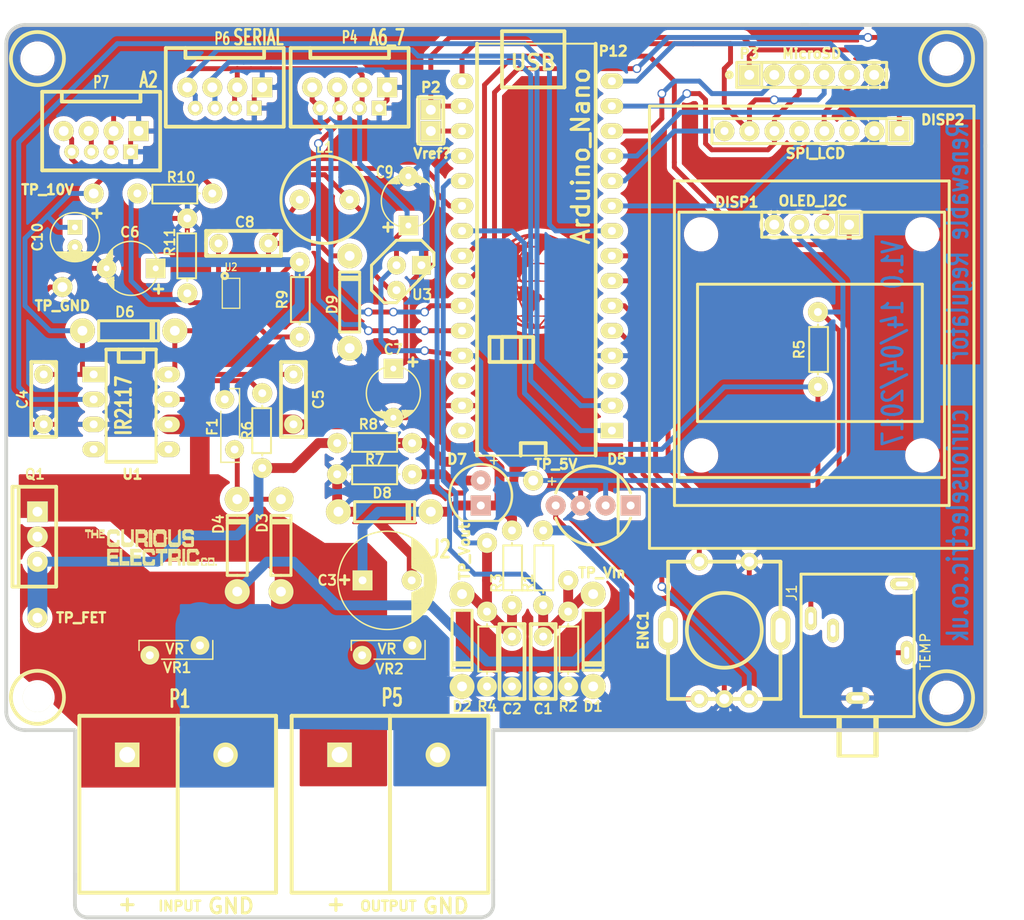
<source format=kicad_pcb>
(kicad_pcb (version 20221018) (generator pcbnew)
  (layers (0 "F.Cu" signal "Front") (31 "B.Cu" signal "Back") (34 "B.Paste" user) (35 "F.Paste" user) (36 "B.SilkS" user "B.Silkscreen") (37 "F.SilkS" user "F.Silkscreen") (38 "B.Mask" user) (39 "F.Mask" user) (44 "Edge.Cuts" user))
  (net 0 "")
  (net 1 "+5V")
  (net 2 "GND")
  (net 3 "Rx")
  (net 4 "SCK")
  (net 5 "Tx")
  (net 6 "Vinput")
  (net 7 "Voutput")
  (net 8 "VINm")
  (net 9 "VOUTm")
  (net 10 "/Power Supply/+10V")
  (net 11 "Net-(C5-Pad1)")
  (net 12 "/Power Supply/+PWR")
  (net 13 "Net-(C8-Pad1)")
  (net 14 "Net-(C8-Pad2)")
  (net 15 "Net-(D3-Pad1)")
  (net 16 "LED_D")
  (net 17 "Net-(D7-Pad2)")
  (net 18 "SDA")
  (net 19 "SCL")
  (net 20 "+3V3")
  (net 21 "LCD_CS")
  (net 22 "MISO")
  (net 23 "LCD_DC")
  (net 24 "MOSI")
  (net 25 "LCD_BL")
  (net 26 "EN_A")
  (net 27 "EN_B")
  (net 28 "EN_SW")
  (net 29 "FET1")
  (net 30 "SD_CS")
  (net 31 "TEMP")
  (net 32 "Net-(J2-Pad18)")
  (net 33 "A2")
  (net 34 "A6")
  (net 35 "A7")
  (net 36 "Net-(P7-Pad3)")
  (net 37 "Net-(R6-Pad2)")
  (net 38 "Net-(R9-Pad2)")
  (net 39 "Net-(R10-Pad2)")
  (net 40 "Net-(P10-Pad1)")
  (footprint "matts_components:C1_wide_lg_pad" (layer "F.Cu") (at 117.475 109.22 -90)
    (fp_text reference "C1")
    (fp_text value "100nf" hide)
  )
  (footprint "matts_components:C1_wide_lg_pad" (layer "F.Cu") (at 114.3 109.22 -90)
    (fp_text reference "C2")
    (fp_text value "100nf" hide)
  )
  (footprint "RenewableRegulatorPCB_2017_Library_Yoan:Capacitor_C_1V7_TH" (layer "F.Cu") (at 101.6 102.235)
    (fp_text reference "C3")
    (fp_text value "100uf" hide)
  )
  (footprint "matts_components:C1_wide_lg_pad" (layer "F.Cu") (at 66.675 82.55 -90)
    (fp_text reference "C4")
    (fp_text value "100nf" hide)
  )
  (footprint "matts_components:C1_wide_lg_pad" (layer "F.Cu") (at 92.075 82.55 -90)
    (fp_text reference "C5")
    (fp_text value "100nf" hide)
  )
  (footprint "RenewableRegulatorPCB_2017_Library_Yoan:Capacitor_C6_1V7_TH" (layer "F.Cu") (at 75.565 70.485 180)
    (fp_text reference "C6")
    (fp_text value "2.2uf" hide)
  )
  (footprint "RenewableRegulatorPCB_2017_Library_Yoan:Capacitor_C7_1V7_TH" (layer "F.Cu") (at 102.235 83.185 -90)
    (fp_text reference "C7")
    (fp_text value "1uf" hide)
  )
  (footprint "matts_components:C1_wide_lg_pad" (layer "F.Cu") (at 85.725 67.945)
    (fp_text reference "C8")
    (fp_text value "100nf" hide)
  )
  (footprint "RenewableRegulatorPCB_2017_Library_Yoan:Capacitor_C9_1V7_TH" (layer "F.Cu") (at 103.759 63.627 90)
    (fp_text reference "C9")
    (fp_text value "1uf" hide)
  )
  (footprint "RenewableRegulatorPCB_2017_Library_Yoan:Capacitor_C10_1V7_TH" (layer "F.Cu") (at 69.85 67.31 -90)
    (fp_text reference "C10")
    (fp_text value "10uf" hide)
  )
  (footprint "REInnovationFootprint:TH_Diode_1" (layer "F.Cu") (at 122.555 107.95 -90)
    (fp_text reference "D1")
    (fp_text value "3v3" hide)
  )
  (footprint "REInnovationFootprint:TH_Diode_1" (layer "F.Cu") (at 109.22 107.95 -90)
    (fp_text reference "D2")
    (fp_text value "3v3" hide)
  )
  (footprint "REInnovationFootprint:TH_Diode_1" (layer "F.Cu") (at 90.805 99.06 90)
    (fp_text reference "D3")
    (fp_text value "1N5819" hide)
  )
  (footprint "REInnovationFootprint:TH_Diode_1" (layer "F.Cu") (at 86.36 99.06 90)
    (fp_text reference "D4")
    (fp_text value "1N5819" hide)
  )
  (footprint "REInnovationFootprint:TH_WS2811_LED_8mm" (layer "F.Cu") (at 122.555 94.615)
    (fp_text reference "D5")
    (fp_text value "WS2811_EpiStar_8mm" hide)
  )
  (footprint "REInnovationFootprint:TH_Diode_1" (layer "F.Cu") (at 74.93 76.835)
    (fp_text reference "D6")
    (fp_text value "1N5822" hide)
  )
  (footprint "REInnovationFootprint:TH_LED-5MM_larg_pad" (layer "F.Cu") (at 111.125 93.345 -90)
    (fp_text reference "D7")
    (fp_text value "LED" hide)
  )
  (footprint "REInnovationFootprint:TH_Diode_1" (layer "F.Cu") (at 100.965 95.25)
    (fp_text reference "D8")
    (fp_text value "UF4002" hide)
  )
  (footprint "REInnovationFootprint:TH_Diode_1" (layer "F.Cu") (at 97.79 74.295 90)
    (fp_text reference "D9")
    (fp_text value "1N5819" hide)
  )
  (footprint "REInnovationFootprint:TH_Encoder" (layer "F.Cu") (at 135.89 107.315)
    (fp_text reference "ENC1")
    (fp_text value "Encoder" hide)
  )
  (footprint "REInnovationFootprint:TH_MC36188_FUSE" (layer "F.Cu") (at 85.09 83.82 -90)
    (fp_text reference "F1")
    (fp_text value "500mA" hide)
  )
  (footprint "REInnovationFootprint:TH_Inductor" (layer "F.Cu") (at 95.25 63.5)
    (fp_text reference "L1")
    (fp_text value "22uH" hide)
  )
  (footprint "CuriousElectric3:CEC_Globe_10mm_FCU" (layer "F.Cu") (at 116.84 71.755)
    (fp_text reference "LOGO1" hide)
    (fp_text value "LOGO" hide)
  )
  (footprint "RenewableRegulatorPCB_2017_Library_Yoan:Connecteurs_IO_SIL-2_screw_terminal_32A" (layer "F.Cu") (at 90.17 133.985)
    (fp_text reference "P1")
    (fp_text value "INPUT")
  )
  (footprint "matts_components:SIL-2_solder_connect" (layer "F.Cu") (at 106.045 55.245 90)
    (fp_text reference "P2")
    (fp_text value "Vref?")
  )
  (footprint "matts_components:SIL-6_large_pads_marker" (layer "F.Cu") (at 144.78 50.8)
    (fp_text reference "P3")
    (fp_text value "MicroSD")
  )
  (footprint "matts_components:SIL-4_Grove_SIL" (layer "F.Cu") (at 97.79 52.07 180)
    (fp_text reference "P4")
    (fp_text value "A6_7")
  )
  (footprint "RenewableRegulatorPCB_2017_Library_Yoan:Connecteurs_IO_SIL-2_screw_terminal_32A" (layer "F.Cu") (at 111.76 133.985)
    (fp_text reference "P5")
    (fp_text value "OUTPUT")
  )
  (footprint "matts_components:TO220_VERT_BUZ11_matt" (layer "F.Cu") (at 66.04 97.79 180)
    (fp_text reference "Q1")
    (fp_text value "TK32A12N1" hide)
  )
  (footprint "REInnovationFootprint:TH_Resistor_1" (layer "F.Cu") (at 117.475 100.965 -90)
    (fp_text reference "R1")
    (fp_text value "Rb" hide)
  )
  (footprint "REInnovationFootprint:TH_Resistor_1" (layer "F.Cu") (at 120.015 109.22 -90)
    (fp_text reference "R2")
    (fp_text value "Ra" hide)
  )
  (footprint "REInnovationFootprint:TH_Resistor_1" (layer "F.Cu") (at 114.3 100.965 -90)
    (fp_text reference "R3")
    (fp_text value "Rb" hide)
  )
  (footprint "REInnovationFootprint:TH_Resistor_1" (layer "F.Cu") (at 111.76 109.22 -90)
    (fp_text reference "R4")
    (fp_text value "Ra" hide)
  )
  (footprint "REInnovationFootprint:TH_Resistor_1" (layer "F.Cu") (at 145.415 78.74 -90)
    (fp_text reference "R5")
    (fp_text value "4k7" hide)
  )
  (footprint "REInnovationFootprint:TH_Resistor_1" (layer "F.Cu") (at 88.9 86.995 90)
    (fp_text reference "R6")
    (fp_text value "5" hide)
  )
  (footprint "REInnovationFootprint:TH_Resistor_1" (layer "F.Cu") (at 100.33 91.44 180)
    (fp_text reference "R7")
    (fp_text value "1k" hide)
  )
  (footprint "REInnovationFootprint:TH_Resistor_1" (layer "F.Cu") (at 100.33 88.265)
    (fp_text reference "R8")
    (fp_text value "100k" hide)
  )
  (footprint "REInnovationFootprint:TH_Resistor_1" (layer "F.Cu") (at 92.71 73.66 -90)
    (fp_text reference "R9")
    (fp_text value "100k" hide)
  )
  (footprint "REInnovationFootprint:TH_Resistor_1" (layer "F.Cu") (at 80.01 62.865 180)
    (fp_text reference "R10")
    (fp_text value "100k" hide)
  )
  (footprint "REInnovationFootprint:DIP-8_300_ELL" (layer "F.Cu") (at 75.565 88.9 -90)
    (fp_text reference "U1")
    (fp_text value "IR2117")
  )
  (footprint "matts_components:TO92_MCP9701_matt" (layer "F.Cu") (at 103.8225 71.4375)
    (fp_text reference "U3")
    (fp_text value "MCP1702-50" hide)
  )
  (footprint "REInnovationFootprint:TH_MC36188_FUSE" (layer "F.Cu") (at 77.47 109.855)
    (fp_text reference "VR1")
    (fp_text value "VR")
  )
  (footprint "REInnovationFootprint:TH_MC36188_FUSE" (layer "F.Cu") (at 99.06 109.855)
    (fp_text reference "VR2")
    (fp_text value "VR")
  )
  (footprint "REInnovationFootprint:TH_3_5mm_Jack" (layer "F.Cu") (at 155.194 101.6 180)
    (fp_text reference "J1")
    (fp_text value "TEMP")
  )
  (footprint "REInnovationFootprint:NANO_DIP_30_600" (layer "F.Cu") (at 116.84 62.865 90)
    (fp_text reference "J2")
    (fp_text value "Arduino_Nano")
  )
  (footprint "matts_components:SIL-4_Grove_SIL" (layer "F.Cu") (at 85.09 52.07 180)
    (fp_text reference "P6")
    (fp_text value "SERIAL")
  )
  (footprint "matts_components:SIL-4_Grove_SIL" (layer "F.Cu") (at 72.517 56.515 180)
    (fp_text reference "P7")
    (fp_text value "A2")
  )
  (footprint "REInnovationFootprint:TH_Resistor_1" (layer "F.Cu") (at 81.28 69.215 90)
    (fp_text reference "R11")
    (fp_text value "8.2k" hide)
  )
  (footprint "TH_OLED1306" (layer "F.Cu") (at 144.78 64.77)
    (fp_text reference "DISP1")
    (fp_text value "OLED_I2C")
  )
  (footprint "REInnovationFootprint:TH_LCD_SPI_128x128" (layer "F.Cu") (at 144.78 53.975)
    (fp_text reference "DISP2")
    (fp_text value "SPI_LCD")
  )
  (footprint "matts_components:1pin_0_8mm" (layer "F.Cu") (at 120.015 102.235 -90)
    (fp_text reference "P8" hide)
    (fp_text value "TP_Vin")
  )
  (footprint "matts_components:1pin_0_8mm" (layer "F.Cu") (at 111.76 98.425 -90)
    (fp_text reference "P9" hide)
    (fp_text value "TP_Vout")
  )
  (footprint "matts_components:1pin_0_8mm" (layer "F.Cu") (at 66.04 106.045)
    (fp_text reference "P10" hide)
    (fp_text value "TP_FET")
  )
  (footprint "matts_components:1pin_0_8mm" (layer "F.Cu") (at 68.58 72.39)
    (fp_text reference "P11" hide)
    (fp_text value "TP_GND")
  )
  (footprint "matts_components:1pin_0_8mm" (layer "F.Cu") (at 116.459 92.075)
    (fp_text reference "P12")
    (fp_text value "TP_5V")
  )
  (footprint "matts_components:1pin_0_8mm" (layer "F.Cu") (at 71.755 62.865)
    (fp_text reference "P13" hide)
    (fp_text value "TP_10V")
  )
  (footprint "REInnovationFootprint:SM_SOT23-6" (layer "F.Cu") (at 85.725 72.39 -90)
    (fp_text reference "U2")
    (fp_text value "LMR16006" hide)
  )
  (footprint "CuriousElectric3:TCEC_Words_13mm" (layer "F.Cu") (at 70.612 96.774)
    (fp_text reference "LOGO2" hide)
    (fp_text value "LOGO" hide)
  )
  (footprint "RenewableRegulatorPCB_2017_Library_Yoan:3mm_hole" (layer "F.Cu") (at 158.496 114.173)
    (fp_text reference "MH1" hide)
    (fp_text value "Mounting holes" hide)
  )
  (footprint "RenewableRegulatorPCB_2017_Library_Yoan:3mm_hole" (layer "F.Cu") (at 158.496 49.149)
    (fp_text reference "MH1" hide)
    (fp_text value "CONN_1" hide)
  )
  (footprint "RenewableRegulatorPCB_2017_Library_Yoan:3mm_hole" (layer "F.Cu") (at 66.038 49.137)
    (fp_text reference "MH1" hide)
    (fp_text value "CONN_1" hide)
  )
  (footprint "RenewableRegulatorPCB_2017_Library_Yoan:3mm_hole" (layer "F.Cu") (at 66.038 114.137)
    (fp_text reference "MH1" hide)
    (fp_text value "CONN_1" hide)
  )
  (gr_arc (start 162.433 115.57) (mid 161.875038 116.917038) (end 160.528 117.475) (stroke (width 0.381)) (layer "Edge.Cuts"))
  (gr_arc (start 160.528 45.72) (mid 161.875038 46.277962) (end 162.433 47.625) (stroke (width 0.381)) (layer "Edge.Cuts"))
  (gr_arc (start 62.865 47.625) (mid 63.422962 46.277962) (end 64.77 45.72) (stroke (width 0.381)) (layer "Edge.Cuts"))
  (gr_line (start 69.85 135.255) (end 69.85 132.08) (stroke (width 0.381)) (layer "Edge.Cuts"))
  (gr_line (start 112.395 117.475) (end 160.528 117.475) (stroke (width 0.381)) (layer "Edge.Cuts"))
  (gr_line (start 69.85 117.475) (end 69.85 132.715) (stroke (width 0.381)) (layer "Edge.Cuts"))
  (gr_line (start 149.987 45.72) (end 143.764 45.72) (stroke (width 0.381)) (layer "Edge.Cuts"))
  (gr_line (start 64.77 45.72) (end 144.399 45.72) (stroke (width 0.381)) (layer "Edge.Cuts"))
  (gr_line (start 112.395 135.255) (end 112.395 132.715) (stroke (width 0.381)) (layer "Edge.Cuts"))
  (gr_arc (start 64.77 117.475) (mid 63.422962 116.917038) (end 62.865 115.57) (stroke (width 0.381)) (layer "Edge.Cuts"))
  (gr_line (start 162.433 47.625) (end 162.433 58.166) (stroke (width 0.381)) (layer "Edge.Cuts"))
  (gr_line (start 112.395 132.715) (end 112.395 117.475) (stroke (width 0.381)) (layer "Edge.Cuts"))
  (gr_line (start 149.86 45.72) (end 160.528 45.72) (stroke (width 0.381)) (layer "Edge.Cuts"))
  (gr_arc (start 71.12 136.525) (mid 70.221974 136.153026) (end 69.85 135.255) (stroke (width 0.381)) (layer "Edge.Cuts"))
  (gr_line (start 64.77 117.475) (end 69.85 117.475) (stroke (width 0.381)) (layer "Edge.Cuts"))
  (gr_arc (start 112.395 135.255) (mid 112.023026 136.153026) (end 111.125 136.525) (stroke (width 0.381)) (layer "Edge.Cuts"))
  (gr_line (start 71.12 136.525) (end 111.125 136.525) (stroke (width 0.381)) (layer "Edge.Cuts"))
  (gr_line (start 162.433 115.57) (end 162.433 57.912) (stroke (width 0.381)) (layer "Edge.Cuts"))
  (gr_line (start 62.865 47.625) (end 62.865 115.697) (stroke (width 0.381)) (layer "Edge.Cuts"))
  (gr_text "Renewable Regulator" (at 159.639 67.691 90) (layer "B.Cu") (effects (font (size 2.032 1.524) (thickness 0.3048)) (justify mirror)))
  (gr_text "V1.0 14/04/2017" (at 153.035 78.105 90) (layer "B.Cu") (effects (font (size 2.032 1.524) (thickness 0.3048)) (justify mirror)))
  (gr_text "curiouselectric.co.uk" (at 159.639 96.647 90) (layer "B.Cu") (effects (font (size 2.032 1.524) (thickness 0.3048)) (justify mirror)))
  (segment (start 99.06 53.911) (end 98.79 54.181) (width 0.5) (layer "F.Cu") (net 1))
  (segment (start 74.168 55.88) (end 74.168 56.515) (width 0.5) (layer "F.Cu") (net 1))
  (segment (start 105.41 78.867) (end 109.22 79.375) (width 0.5) (layer "F.Cu") (net 1))
  (segment (start 98.425 50.165) (end 99.06 50.8) (width 0.5) (layer "F.Cu") (net 1))
  (segment (start 99.06 50.8) (end 99.06 52.07) (width 0.5) (layer "F.Cu") (net 1))
  (segment (start 102.5525 67.3335) (end 102.5525 70.1675) (width 0.5) (layer "F.Cu") (net 1))
  (segment (start 145.669 74.93) (end 147.574 76.835) (width 0.5) (layer "F.Cu") (net 1))
  (segment (start 147.574 76.835) (end 147.574 104.394) (width 0.5) (layer "F.Cu") (net 1))
  (segment (start 147.574 104.394) (end 152.527 109.347) (width 0.5) (layer "F.Cu") (net 1))
  (segment (start 87.757 50.165) (end 89.789 50.165) (width 0.5) (layer "F.Cu") (net 1))
  (segment (start 89.789 50.165) (end 98.425 50.165) (width 0.5) (layer "F.Cu") (net 1))
  (segment (start 86.09 52.34) (end 86.36 52.07) (width 0.5) (layer "F.Cu") (net 1))
  (segment (start 86.36 50.165) (end 86.36 50.292) (width 0.5) (layer "F.Cu") (net 1))
  (segment (start 86.36 50.292) (end 86.36 50.165) (width 0.5) (layer "F.Cu") (net 1))
  (segment (start 86.36 50.165) (end 87.757 50.165) (width 0.5) (layer "F.Cu") (net 1))
  (segment (start 73.787 54.102) (end 77.724 50.165) (width 0.5) (layer "F.Cu") (net 1))
  (segment (start 77.724 50.165) (end 79.375 50.165) (width 0.5) (layer "F.Cu") (net 1))
  (segment (start 79.375 50.165) (end 86.36 50.165) (width 0.5) (layer "F.Cu") (net 1))
  (segment (start 73.517 56.785) (end 73.787 56.515) (width 0.5) (layer "F.Cu") (net 1))
  (segment (start 152.78 109.6) (end 152.527 109.347) (width 0.5) (layer "F.Cu") (net 1))
  (segment (start 152.527 109.347) (end 152.78 109.6) (width 0.5) (layer "F.Cu") (net 1))
  (segment (start 154.444 109.6) (end 152.78 109.6) (width 0.5) (layer "F.Cu") (net 1))
  (segment (start 103.759 66.127) (end 102.5525 67.3335) (width 0.5) (layer "F.Cu") (net 1))
  (segment (start 86.36 52.07) (end 86.36 50.165) (width 0.5) (layer "F.Cu") (net 1))
  (segment (start 86.09 54.181) (end 86.09 52.34) (width 0.5) (layer "F.Cu") (net 1))
  (segment (start 86.36 52.07) (end 86.36 51.562) (width 0.5) (layer "F.Cu") (net 1))
  (segment (start 73.787 56.515) (end 73.787 54.102) (width 0.5) (layer "F.Cu") (net 1))
  (segment (start 73.517 58.626) (end 73.517 56.785) (width 0.5) (layer "F.Cu") (net 1))
  (segment (start 145.415 74.93) (end 145.669 74.93) (width 0.5) (layer "F.Cu") (net 1))
  (segment (start 99.06 52.07) (end 99.06 51.435) (width 0.5) (layer "F.Cu") (net 1))
  (segment (start 99.06 52.07) (end 99.06 53.911) (width 0.5) (layer "F.Cu") (net 1))
  (via (at 105.41 78.867) (size 0.889) (drill 0.635) (layers "F.Cu" "B.Cu") (net 1))
  (segment (start 110.49 79.375) (end 111.125 80.01) (width 0.5) (layer "B.Cu") (net 1))
  (segment (start 111.125 80.01) (end 111.125 87.63) (width 0.5) (layer "B.Cu") (net 1))
  (segment (start 111.125 87.63) (end 111.125 88.9) (width 0.5) (layer "B.Cu") (net 1))
  (segment (start 111.125 88.9) (end 113.665 91.44) (width 0.5) (layer "B.Cu") (net 1))
  (segment (start 113.665 91.44) (end 116.84 91.44) (width 0.5) (layer "B.Cu") (net 1))
  (segment (start 100.965 71.755) (end 100.965 77.851) (width 0.5) (layer "B.Cu") (net 1))
  (segment (start 100.965 77.851) (end 101.854 78.867) (width 0.5) (layer "B.Cu") (net 1))
  (segment (start 101.854 78.867) (end 105.41 78.867) (width 0.5) (layer "B.Cu") (net 1))
  (segment (start 98.806 54.197) (end 98.806 59.817) (width 0.5) (layer "B.Cu") (net 1))
  (segment (start 98.806 59.817) (end 103.632 64.643) (width 0.5) (layer "B.Cu") (net 1))
  (segment (start 103.632 64.643) (end 103.632 66) (width 0.5) (layer "B.Cu") (net 1))
  (segment (start 103.632 66) (end 103.759 66.127) (width 0.5) (layer "B.Cu") (net 1))
  (segment (start 144.907 92.075) (end 147.955 89.027) (width 0.5) (layer "B.Cu") (net 1))
  (segment (start 147.955 89.027) (end 147.955 77.851) (width 0.5) (layer "B.Cu") (net 1))
  (segment (start 123.825 92.202) (end 123.952 92.075) (width 0.5) (layer "B.Cu") (net 1))
  (segment (start 123.952 92.075) (end 144.907 92.075) (width 0.5) (layer "B.Cu") (net 1))
  (segment (start 147.955 71.882) (end 143.51 67.437) (width 0.5) (layer "B.Cu") (net 1))
  (segment (start 143.51 67.437) (end 143.51 66.04) (width 0.5) (layer "B.Cu") (net 1))
  (segment (start 147.955 74.93) (end 147.828 74.93) (width 0.5) (layer "B.Cu") (net 1))
  (segment (start 147.828 74.93) (end 147.955 74.93) (width 0.5) (layer "B.Cu") (net 1))
  (segment (start 147.955 74.93) (end 147.955 71.882) (width 0.5) (layer "B.Cu") (net 1))
  (segment (start 123.825 94.615) (end 123.825 92.202) (width 0.5) (layer "B.Cu") (net 1))
  (segment (start 109.22 79.375) (end 110.49 79.375) (width 0.5) (layer "B.Cu") (net 1))
  (segment (start 102.5525 70.1675) (end 100.965 71.755) (width 0.5) (layer "B.Cu") (net 1))
  (segment (start 116.459 92.075) (end 122.174 92.075) (width 0.5) (layer "B.Cu") (net 1))
  (segment (start 145.415 74.93) (end 147.955 74.93) (width 0.5) (layer "B.Cu") (net 1))
  (segment (start 147.955 77.851) (end 147.955 74.93) (width 0.5) (layer "B.Cu") (net 1))
  (segment (start 98.79 54.181) (end 98.806 54.197) (width 0.5) (layer "B.Cu") (net 1))
  (segment (start 122.174 92.075) (end 123.952 92.075) (width 0.5) (layer "B.Cu") (net 1))
  (segment (start 97.028 79.375) (end 97.79 78.613) (width 0.5) (layer "F.Cu") (net 2))
  (segment (start 65.405 86.36) (end 64.77 85.725) (width 0.5) (layer "F.Cu") (net 2))
  (segment (start 64.77 85.725) (end 64.77 74.93) (width 0.5) (layer "F.Cu") (net 2))
  (segment (start 64.77 74.93) (end 67.31 72.39) (width 0.5) (layer "F.Cu") (net 2))
  (segment (start 67.31 72.39) (end 68.58 72.39) (width 0.5) (layer "F.Cu") (net 2))
  (segment (start 138.43 104.775) (end 135.89 107.315) (width 0.5) (layer "F.Cu") (net 2))
  (segment (start 135.89 107.315) (end 135.89 114.3) (width 0.5) (layer "F.Cu") (net 2))
  (segment (start 116.84 84.455) (end 121.92 79.375) (width 0.5) (layer "F.Cu") (net 2))
  (segment (start 121.92 79.375) (end 124.46 79.375) (width 0.5) (layer "F.Cu") (net 2))
  (segment (start 101.6 53.371) (end 100.79 54.181) (width 0.5) (layer "F.Cu") (net 2))
  (segment (start 111.125 84.455) (end 116.586 84.455) (width 0.5) (layer "F.Cu") (net 2))
  (segment (start 106.045 84.455) (end 107.95 84.455) (width 0.5) (layer "F.Cu") (net 2))
  (segment (start 107.95 84.455) (end 109.22 84.455) (width 0.5) (layer "F.Cu") (net 2))
  (segment (start 105.0925 70.8025) (end 104.14 71.755) (width 0.5) (layer "F.Cu") (net 2))
  (segment (start 104.14 71.755) (end 104.14 82.55) (width 0.5) (layer "F.Cu") (net 2))
  (segment (start 104.14 82.55) (end 104.14 85.09) (width 0.5) (layer "F.Cu") (net 2))
  (segment (start 70.485 70.485) (end 73.065 70.485) (width 0.5) (layer "F.Cu") (net 2))
  (segment (start 70.485 68.945) (end 70.485 70.485) (width 0.5) (layer "F.Cu") (net 2))
  (segment (start 78.145 65.405) (end 81.28 65.405) (width 0.5) (layer "F.Cu") (net 2))
  (segment (start 104.14 85.09) (end 104.14 85.217) (width 0.5) (layer "F.Cu") (net 2))
  (segment (start 103.545 85.685) (end 102.235 85.685) (width 0.5) (layer "F.Cu") (net 2))
  (segment (start 105.537 62.905) (end 105.537 69.723) (width 0.5) (layer "F.Cu") (net 2))
  (segment (start 105.537 69.723) (end 105.0925 70.1675) (width 0.5) (layer "F.Cu") (net 2))
  (segment (start 99.695 95.25) (end 104.1 99.655) (width 1) (layer "F.Cu") (net 2))
  (segment (start 104.1 99.655) (end 104.1 102.235) (width 1) (layer "F.Cu") (net 2))
  (segment (start 121.285 92.71) (end 116.84 88.265) (width 0.5) (layer "F.Cu") (net 2))
  (segment (start 116.84 88.265) (end 116.84 84.455) (width 0.5) (layer "F.Cu") (net 2))
  (segment (start 116.84 84.455) (end 116.586 84.455) (width 0.5) (layer "F.Cu") (net 2))
  (segment (start 116.586 84.455) (end 116.84 84.455) (width 0.5) (layer "F.Cu") (net 2))
  (segment (start 83.947 73.025) (end 81.28 70.358) (width 0.5) (layer "F.Cu") (net 2))
  (segment (start 81.28 70.358) (end 81.28 65.405) (width 0.5) (layer "F.Cu") (net 2))
  (segment (start 88.09 52.88) (end 88.9 52.07) (width 0.5) (layer "F.Cu") (net 2))
  (segment (start 75.517 57.325) (end 76.327 56.515) (width 0.5) (layer "F.Cu") (net 2))
  (segment (start 68.58 72.39) (end 69.215 72.39) (width 0.5) (layer "F.Cu") (net 2))
  (segment (start 66.675 86.36) (end 65.405 86.36) (width 0.5) (layer "F.Cu") (net 2))
  (segment (start 88.09 54.181) (end 88.09 52.88) (width 0.5) (layer "F.Cu") (net 2))
  (segment (start 109.22 84.455) (end 111.125 84.455) (width 0.5) (layer "F.Cu") (net 2))
  (segment (start 103.759 61.127) (end 105.537 62.905) (width 0.5) (layer "F.Cu") (net 2))
  (segment (start 101.6 52.07) (end 101.6 53.371) (width 0.5) (layer "F.Cu") (net 2))
  (segment (start 71.755 86.36) (end 66.675 86.36) (width 0.5) (layer "F.Cu") (net 2))
  (segment (start 75.517 58.626) (end 75.517 57.325) (width 0.5) (layer "F.Cu") (net 2))
  (segment (start 104.14 85.09) (end 103.545 85.685) (width 0.5) (layer "F.Cu") (net 2))
  (segment (start 105.0925 70.1675) (end 105.0925 70.8025) (width 0.5) (layer "F.Cu") (net 2))
  (segment (start 121.285 94.615) (end 121.285 92.71) (width 0.5) (layer "F.Cu") (net 2))
  (segment (start 84.455 73.025) (end 83.947 73.025) (width 0.5) (layer "F.Cu") (net 2))
  (segment (start 97.79 78.613) (end 97.282 78.613) (width 0.5) (layer "F.Cu") (net 2))
  (segment (start 96.647 95.25) (end 99.695 95.25) (width 1) (layer "F.Cu") (net 2))
  (segment (start 68.58 72.39) (end 70.485 70.485) (width 0.5) (layer "F.Cu") (net 2))
  (segment (start 73.065 70.485) (end 78.145 65.405) (width 0.5) (layer "F.Cu") (net 2))
  (segment (start 96.52 91.44) (end 96.52 95.25) (width 1) (layer "F.Cu") (net 2))
  (segment (start 138.43 100.33) (end 138.43 104.775) (width 0.5) (layer "F.Cu") (net 2))
  (segment (start 69.85 68.31) (end 70.485 68.945) (width 0.5) (layer "F.Cu") (net 2))
  (segment (start 104.14 85.217) (end 106.045 84.455) (width 0.5) (layer "F.Cu") (net 2))
  (segment (start 83.439 114.681) (end 83.82 114.3) (width 5) (layer "B.Cu") (net 2))
  (segment (start 83.82 114.3) (end 103.505 114.3) (width 5) (layer "B.Cu") (net 2))
  (segment (start 103.505 114.3) (end 105.029 115.824) (width 5) (layer "B.Cu") (net 2))
  (segment (start 105.029 115.824) (end 106.68 120.65) (width 5) (layer "B.Cu") (net 2))
  (segment (start 104.16 114.955) (end 105.029 115.824) (width 5) (layer "B.Cu") (net 2))
  (segment (start 82.57 113.812) (end 83.439 114.681) (width 5) (layer "B.Cu") (net 2))
  (segment (start 104.16 114.3) (end 104.16 114.955) (width 5) (layer "B.Cu") (net 2))
  (segment (start 104.16 113.03) (end 104.16 114.3) (width 5) (layer "B.Cu") (net 2))
  (segment (start 125.73 116.205) (end 135.255 116.205) (width 1) (layer "B.Cu") (net 2))
  (segment (start 135.89 115.57) (end 135.255 116.205) (width 1) (layer "B.Cu") (net 2))
  (segment (start 135.255 116.205) (end 144.78 116.205) (width 1) (layer "B.Cu") (net 2))
  (segment (start 99.06 88.9) (end 99.06 85.725) (width 1) (layer "B.Cu") (net 2))
  (segment (start 99.06 79.883) (end 97.79 78.613) (width 1) (layer "B.Cu") (net 2))
  (segment (start 103.759 61.087) (end 103.9495 61.1505) (width 0.5) (layer "B.Cu") (net 2))
  (segment (start 103.9495 61.1505) (end 102.235 60.325) (width 0.5) (layer "B.Cu") (net 2))
  (segment (start 102.235 60.325) (end 100.79 58.88) (width 0.5) (layer "B.Cu") (net 2))
  (segment (start 100.79 58.88) (end 100.79 54.181) (width 0.5) (layer "B.Cu") (net 2))
  (segment (start 150.46 59.09) (end 151.15 58.4) (width 1) (layer "B.Cu") (net 2))
  (segment (start 151.15 58.4) (end 151.15 56.515) (width 1) (layer "B.Cu") (net 2))
  (segment (start 151.13 56.495) (end 151.15 56.515) (width 1) (layer "B.Cu") (net 2))
  (segment (start 99.06 85.725) (end 99.06 79.883) (width 1) (layer "B.Cu") (net 2))
  (segment (start 102.362 85.725) (end 102.489 85.598) (width 0.5) (layer "B.Cu") (net 2))
  (segment (start 102.489 85.598) (end 102.489 85.598) (width 0.5) (layer "B.Cu") (net 2))
  (segment (start 81.28 58.626) (end 81.28 58.674) (width 0.5) (layer "B.Cu") (net 2))
  (segment (start 81.28 58.674) (end 81.28 58.626) (width 0.5) (layer "B.Cu") (net 2))
  (segment (start 81.28 58.626) (end 85.09 58.626) (width 0.5) (layer "B.Cu") (net 2))
  (segment (start 92.075 50.292) (end 101.092 50.292) (width 0.5) (layer "B.Cu") (net 2))
  (segment (start 101.092 50.292) (end 101.6 50.8) (width 0.5) (layer "B.Cu") (net 2))
  (segment (start 101.6 50.8) (end 101.6 52.07) (width 0.5) (layer "B.Cu") (net 2))
  (segment (start 86.154 58.626) (end 88.09 56.69) (width 0.5) (layer "B.Cu") (net 2))
  (segment (start 88.09 56.69) (end 88.09 54.181) (width 0.5) (layer "B.Cu") (net 2))
  (segment (start 90.297 52.07) (end 92.075 50.292) (width 0.5) (layer "B.Cu") (net 2))
  (segment (start 77.645 58.626) (end 81.28 58.626) (width 0.5) (layer "B.Cu") (net 2))
  (segment (start 140.97 64.262) (end 143.002 62.23) (width 0.5) (layer "B.Cu") (net 2))
  (segment (start 143.002 62.23) (end 150.46 62.23) (width 0.5) (layer "B.Cu") (net 2))
  (segment (start 150.46 62.23) (end 150.46 59.09) (width 1) (layer "B.Cu") (net 2))
  (segment (start 148.209 116.205) (end 149.444 114.97) (width 1) (layer "B.Cu") (net 2))
  (segment (start 149.444 114.97) (end 149.444 111.033) (width 1) (layer "B.Cu") (net 2))
  (segment (start 149.444 111.033) (end 150.46 110.017) (width 1) (layer "B.Cu") (net 2))
  (segment (start 150.46 110.017) (end 150.46 68.58) (width 1) (layer "B.Cu") (net 2))
  (segment (start 148.209 116.205) (end 149.444 114.97) (width 1) (layer "B.Cu") (net 2))
  (segment (start 149.444 114.97) (end 149.444 114.2) (width 1) (layer "B.Cu") (net 2))
  (segment (start 122.555 113.03) (end 123.19 113.03) (width 0.5) (layer "B.Cu") (net 2))
  (segment (start 117.475 113.03) (end 110.51 113.03) (width 2) (layer "B.Cu") (net 2))
  (segment (start 151.13 50.8) (end 151.13 56.495) (width 1) (layer "B.Cu") (net 2))
  (segment (start 75.517 58.626) (end 77.645 58.626) (width 0.5) (layer "B.Cu") (net 2))
  (segment (start 144.78 116.205) (end 148.082 116.205) (width 1) (layer "B.Cu") (net 2))
  (segment (start 88.9 52.07) (end 90.297 52.07) (width 0.5) (layer "B.Cu") (net 2))
  (segment (start 122.555 113.03) (end 120.015 113.03) (width 2) (layer "B.Cu") (net 2))
  (segment (start 111.76 113.03) (end 109.22 113.03) (width 2) (layer "B.Cu") (net 2))
  (segment (start 122.555 113.03) (end 125.73 116.205) (width 1) (layer "B.Cu") (net 2))
  (segment (start 114.3 113.03) (end 111.76 113.03) (width 2) (layer "B.Cu") (net 2))
  (segment (start 85.09 58.626) (end 86.154 58.626) (width 0.5) (layer "B.Cu") (net 2))
  (segment (start 140.97 66.04) (end 140.97 64.262) (width 0.5) (layer "B.Cu") (net 2))
  (segment (start 101.6 52.07) (end 101.6 51.435) (width 0.5) (layer "B.Cu") (net 2))
  (segment (start 148.082 116.205) (end 148.209 116.205) (width 1) (layer "B.Cu") (net 2))
  (segment (start 120.015 113.03) (end 117.475 113.03) (width 2) (layer "B.Cu") (net 2))
  (segment (start 99.06 85.725) (end 102.362 85.725) (width 0.5) (layer "B.Cu") (net 2))
  (segment (start 75.898 58.626) (end 77.645 58.626) (width 0.5) (layer "B.Cu") (net 2))
  (segment (start 103.8225 61.1505) (end 103.759 61.087) (width 0.5) (layer "B.Cu") (net 2))
  (segment (start 96.52 91.44) (end 99.06 88.9) (width 1) (layer "B.Cu") (net 2))
  (segment (start 81.28 65.405) (end 81.28 58.626) (width 0.5) (layer "B.Cu") (net 2))
  (segment (start 82.57 106.95) (end 82.57 113.812) (width 5) (layer "B.Cu") (net 2))
  (segment (start 150.46 68.58) (end 150.46 62.23) (width 1) (layer "B.Cu") (net 2))
  (segment (start 109.22 113.03) (end 104.16 113.03) (width 2) (layer "B.Cu") (net 2))
  (segment (start 135.89 114.3) (end 135.89 115.57) (width 1) (layer "B.Cu") (net 2))
  (segment (start 85.09 120.65) (end 83.439 114.681) (width 5) (layer "B.Cu") (net 2))
  (segment (start 122.555 113.03) (end 122.555 113.665) (width 0.5) (layer "B.Cu") (net 2))
  (segment (start 104.16 108.855) (end 104.16 113.03) (width 5) (layer "B.Cu") (net 2))
  (segment (start 114.292002 48.895) (end 114.292002 48.895) (width 0.5) (layer "B.Cu") (net 3))
  (segment (start 115.57 48.895) (end 116.84 50.165) (width 0.5) (layer "B.Cu") (net 3))
  (segment (start 116.84 50.165) (end 116.84 80.01) (width 0.5) (layer "B.Cu") (net 3))
  (segment (start 116.84 80.01) (end 121.285 84.455) (width 0.5) (layer "B.Cu") (net 3))
  (segment (start 121.285 84.455) (end 124.46 84.455) (width 0.5) (layer "B.Cu") (net 3))
  (segment (start 114.292002 48.887002) (end 114.292002 48.895) (width 0.5) (layer "B.Cu") (net 3))
  (segment (start 114.292002 48.895) (end 115.57 48.895) (width 0.5) (layer "B.Cu") (net 3))
  (segment (start 105.029 48.887002) (end 114.292002 48.887002) (width 0.5) (layer "B.Cu") (net 3))
  (segment (start 104.14 48.26) (end 104.767002 48.887002) (width 0.5) (layer "B.Cu") (net 3))
  (segment (start 104.767002 48.887002) (end 105.029 48.887002) (width 0.5) (layer "B.Cu") (net 3))
  (segment (start 81.28 51.308) (end 84.335998 48.252002) (width 0.5) (layer "B.Cu") (net 3))
  (segment (start 84.335998 48.252002) (end 87.376 48.252002) (width 0.5) (layer "B.Cu") (net 3))
  (segment (start 87.376 48.252002) (end 87.376 48.26) (width 0.5) (layer "B.Cu") (net 3))
  (segment (start 87.376 48.26) (end 104.14 48.26) (width 0.5) (layer "B.Cu") (net 3))
  (segment (start 82.09 52.88) (end 81.28 52.07) (width 0.5) (layer "B.Cu") (net 3))
  (segment (start 82.09 54.181) (end 82.09 52.88) (width 0.5) (layer "B.Cu") (net 3))
  (segment (start 81.28 52.07) (end 81.28 51.308) (width 0.5) (layer "B.Cu") (net 3))
  (segment (start 109.22 48.895) (end 110.49 47.625) (width 0.5) (layer "F.Cu") (net 4))
  (segment (start 110.49 47.625) (end 132.715 47.625) (width 0.5) (layer "F.Cu") (net 4))
  (segment (start 136.525 49.53) (end 135.89 50.165) (width 0.5) (layer "F.Cu") (net 4))
  (segment (start 135.89 50.165) (end 135.89 53.955) (width 0.5) (layer "F.Cu") (net 4))
  (segment (start 135.89 53.955) (end 138.45 56.515) (width 0.5) (layer "F.Cu") (net 4))
  (segment (start 140.97 53.34) (end 139.065 53.34) (width 0.5) (layer "F.Cu") (net 4))
  (segment (start 139.065 53.34) (end 138.45 53.955) (width 0.5) (layer "F.Cu") (net 4))
  (segment (start 138.45 53.955) (end 138.45 56.515) (width 0.5) (layer "F.Cu") (net 4))
  (segment (start 136.525 47.625) (end 136.525 49.53) (width 0.5) (layer "F.Cu") (net 4))
  (segment (start 109.22 51.435) (end 109.22 48.895) (width 0.5) (layer "F.Cu") (net 4))
  (segment (start 132.715 47.625) (end 136.525 47.625) (width 0.5) (layer "F.Cu") (net 4))
  (via (at 140.97 53.34) (size 0.889) (drill 0.635) (layers "F.Cu" "B.Cu") (net 4))
  (segment (start 146.05 52.705) (end 145.415 53.34) (width 0.5) (layer "B.Cu") (net 4))
  (segment (start 145.415 53.34) (end 140.97 53.34) (width 0.5) (layer "B.Cu") (net 4))
  (segment (start 146.05 50.8) (end 146.05 52.705) (width 0.5) (layer "B.Cu") (net 4))
  (segment (start 114.935 49.53) (end 114.935 49.53) (width 0.5) (layer "B.Cu") (net 5))
  (segment (start 116.205 50.8) (end 116.205 81.915) (width 0.5) (layer "B.Cu") (net 5))
  (segment (start 116.205 81.915) (end 121.285 86.995) (width 0.5) (layer "B.Cu") (net 5))
  (segment (start 121.285 86.995) (end 124.46 86.995) (width 0.5) (layer "B.Cu") (net 5))
  (segment (start 114.935 49.522002) (end 114.935 49.53) (width 0.5) (layer "B.Cu") (net 5))
  (segment (start 114.935 49.53) (end 116.205 50.8) (width 0.5) (layer "B.Cu") (net 5))
  (segment (start 105.029 49.522002) (end 114.935 49.522002) (width 0.5) (layer "B.Cu") (net 5))
  (segment (start 87.010996 49.514004) (end 105.029 49.514004) (width 0.5) (layer "B.Cu") (net 5))
  (segment (start 83.82 51.181) (end 85.486996 49.514004) (width 0.5) (layer "B.Cu") (net 5))
  (segment (start 85.486996 49.514004) (end 87.010996 49.514004) (width 0.5) (layer "B.Cu") (net 5))
  (segment (start 84.09 52.34) (end 83.82 52.07) (width 0.5) (layer "B.Cu") (net 5))
  (segment (start 84.09 54.181) (end 84.09 52.34) (width 0.5) (layer "B.Cu") (net 5))
  (segment (start 83.82 52.07) (end 83.82 51.181) (width 0.5) (layer "B.Cu") (net 5))
  (segment (start 105.029 49.522002) (end 105.029 49.514004) (width 0.5) (layer "B.Cu") (net 5))
  (segment (start 76.962 108.458) (end 77.47 107.95) (width 5) (layer "F.Cu") (net 6))
  (segment (start 69.85 97.79) (end 77.47 105.41) (width 2) (layer "F.Cu") (net 6))
  (segment (start 77.47 105.41) (end 79.502 103.378) (width 2) (layer "F.Cu") (net 6))
  (segment (start 79.502 103.378) (end 86.36 103.378) (width 2) (layer "F.Cu") (net 6))
  (segment (start 75.17 112.155) (end 77.47 109.855) (width 1) (layer "F.Cu") (net 6))
  (segment (start 77.47 107.95) (end 77.47 105.41) (width 2) (layer "F.Cu") (net 6))
  (segment (start 75.17 119.985) (end 75.17 112.155) (width 1) (layer "F.Cu") (net 6))
  (segment (start 66.04 97.79) (end 69.85 97.79) (width 2) (layer "F.Cu") (net 6))
  (segment (start 74.93 120.65) (end 76.962 108.458) (width 5) (layer "F.Cu") (net 6))
  (segment (start 89.408 100.33) (end 92.075 100.33) (width 1) (layer "B.Cu") (net 6))
  (segment (start 92.075 100.33) (end 96.52 104.775) (width 1) (layer "B.Cu") (net 6))
  (segment (start 96.52 104.775) (end 106.045 104.775) (width 1) (layer "B.Cu") (net 6))
  (segment (start 106.045 104.775) (end 111.76 110.49) (width 1) (layer "B.Cu") (net 6))
  (segment (start 111.76 110.49) (end 120.015 110.49) (width 1) (layer "B.Cu") (net 6))
  (segment (start 120.015 110.49) (end 120.65 110.49) (width 1) (layer "B.Cu") (net 6))
  (segment (start 120.65 110.49) (end 125.73 105.41) (width 1) (layer "B.Cu") (net 6))
  (segment (start 125.73 105.41) (end 125.73 102.87) (width 1) (layer "B.Cu") (net 6))
  (segment (start 125.73 102.87) (end 121.92 99.06) (width 1) (layer "B.Cu") (net 6))
  (segment (start 121.92 99.06) (end 120.015 97.155) (width 1) (layer "B.Cu") (net 6))
  (segment (start 120.015 97.155) (end 117.475 97.155) (width 1) (layer "B.Cu") (net 6))
  (segment (start 86.36 103.378) (end 89.408 100.33) (width 1) (layer "B.Cu") (net 6))
  (segment (start 96.52 119.38) (end 97.028 118.872) (width 5) (layer "F.Cu") (net 7))
  (segment (start 93.98 107.95) (end 90.805 104.775) (width 2) (layer "F.Cu") (net 7))
  (segment (start 90.805 104.775) (end 90.805 103.378) (width 2) (layer "F.Cu") (net 7))
  (segment (start 99.079238 103.883042) (end 99.06 105.41) (width 2) (layer "F.Cu") (net 7))
  (segment (start 99.06 105.41) (end 97.028 118.872) (width 2) (layer "F.Cu") (net 7))
  (segment (start 82.55 86.36) (end 79.375 86.36) (width 2) (layer "F.Cu") (net 7))
  (segment (start 82.55 93.345) (end 80.645 95.25) (width 2) (layer "F.Cu") (net 7))
  (segment (start 80.645 95.25) (end 66.04 95.25) (width 2) (layer "F.Cu") (net 7))
  (segment (start 98.425 86.36) (end 100.33 88.265) (width 1) (layer "F.Cu") (net 7))
  (segment (start 100.33 88.265) (end 104.14 88.265) (width 1) (layer "F.Cu") (net 7))
  (segment (start 107.95 95.25) (end 108.585 94.615) (width 1) (layer "F.Cu") (net 7))
  (segment (start 108.585 94.615) (end 111.125 94.615) (width 1) (layer "F.Cu") (net 7))
  (segment (start 114.3 95.885) (end 113.03 94.615) (width 1) (layer "F.Cu") (net 7))
  (segment (start 113.03 94.615) (end 111.125 94.615) (width 1) (layer "F.Cu") (net 7))
  (segment (start 113.03 90.805) (end 112.395 90.17) (width 1) (layer "F.Cu") (net 7))
  (segment (start 112.395 90.17) (end 107.315 90.17) (width 1) (layer "F.Cu") (net 7))
  (segment (start 107.315 90.17) (end 105.41 88.265) (width 1) (layer "F.Cu") (net 7))
  (segment (start 105.41 88.265) (end 104.14 88.265) (width 1) (layer "F.Cu") (net 7))
  (segment (start 96.76 112.155) (end 99.06 109.855) (width 0.5) (layer "F.Cu") (net 7))
  (segment (start 96.393 113.157) (end 96.52 119.38) (width 5) (layer "F.Cu") (net 7))
  (segment (start 92.075 86.36) (end 98.425 86.36) (width 1) (layer "F.Cu") (net 7))
  (segment (start 113.03 94.615) (end 113.03 90.805) (width 1) (layer "F.Cu") (net 7))
  (segment (start 92.075 86.36) (end 82.55 86.36) (width 2) (layer "F.Cu") (net 7))
  (segment (start 82.55 86.36) (end 82.55 93.345) (width 2) (layer "F.Cu") (net 7))
  (segment (start 114.3 97.155) (end 114.3 95.885) (width 1) (layer "F.Cu") (net 7))
  (segment (start 96.76 119.985) (end 96.76 112.155) (width 0.5) (layer "F.Cu") (net 7))
  (segment (start 99.1 102.235) (end 99.079238 103.883042) (width 2) (layer "F.Cu") (net 7))
  (segment (start 105.918 95.25) (end 107.95 95.25) (width 1) (layer "F.Cu") (net 7))
  (segment (start 97.028 118.872) (end 93.98 107.95) (width 2) (layer "F.Cu") (net 7))
  (segment (start 99.1 96.861) (end 100.711 95.25) (width 1) (layer "B.Cu") (net 7))
  (segment (start 100.711 95.25) (end 106.045 95.25) (width 1) (layer "B.Cu") (net 7))
  (segment (start 99.1 102.235) (end 99.1 96.861) (width 1) (layer "B.Cu") (net 7))
  (segment (start 121.793 103.632) (end 120.015 105.41) (width 1) (layer "F.Cu") (net 8))
  (segment (start 120.015 105.41) (end 117.475 107.95) (width 1) (layer "F.Cu") (net 8))
  (segment (start 120.015 102.235) (end 120.015 105.41) (width 1) (layer "F.Cu") (net 8))
  (segment (start 117.475 104.775) (end 117.475 107.95) (width 1) (layer "F.Cu") (net 8))
  (segment (start 122.555 103.632) (end 121.793 103.632) (width 1) (layer "F.Cu") (net 8))
  (segment (start 117.475 103.505) (end 115.57 101.6) (width 0.5) (layer "B.Cu") (net 8))
  (segment (start 115.57 101.6) (end 110.49 101.6) (width 0.5) (layer "B.Cu") (net 8))
  (segment (start 110.49 101.6) (end 107.95 99.06) (width 0.5) (layer "B.Cu") (net 8))
  (segment (start 107.95 99.06) (end 107.95 93.98) (width 0.5) (layer "B.Cu") (net 8))
  (segment (start 107.95 93.98) (end 106.68 92.71) (width 0.5) (layer "B.Cu") (net 8))
  (segment (start 106.68 92.71) (end 106.68 60.325) (width 0.5) (layer "B.Cu") (net 8))
  (segment (start 106.68 60.325) (end 107.95 59.055) (width 0.5) (layer "B.Cu") (net 8))
  (segment (start 107.95 59.055) (end 109.22 59.055) (width 0.5) (layer "B.Cu") (net 8))
  (segment (start 117.475 104.775) (end 117.475 103.505) (width 0.5) (layer "B.Cu") (net 8))
  (segment (start 109.982 103.632) (end 111.76 105.41) (width 1) (layer "F.Cu") (net 9))
  (segment (start 111.76 102.235) (end 111.76 105.41) (width 1) (layer "F.Cu") (net 9))
  (segment (start 111.76 105.41) (end 114.3 107.95) (width 1) (layer "F.Cu") (net 9))
  (segment (start 109.22 103.632) (end 109.982 103.632) (width 1) (layer "F.Cu") (net 9))
  (segment (start 111.76 102.235) (end 111.76 98.425) (width 1) (layer "F.Cu") (net 9))
  (segment (start 114.3 104.775) (end 114.3 107.95) (width 1) (layer "F.Cu") (net 9))
  (segment (start 109.855 98.425) (end 108.585 97.155) (width 0.5) (layer "B.Cu") (net 9))
  (segment (start 108.585 97.155) (end 108.585 93.345) (width 0.5) (layer "B.Cu") (net 9))
  (segment (start 108.585 93.345) (end 107.307002 92.067002) (width 0.5) (layer "B.Cu") (net 9))
  (segment (start 107.307002 92.067002) (end 107.307002 62.237998) (width 0.5) (layer "B.Cu") (net 9))
  (segment (start 107.307002 62.237998) (end 107.95 61.595) (width 0.5) (layer "B.Cu") (net 9))
  (segment (start 107.95 61.595) (end 109.22 61.595) (width 0.5) (layer "B.Cu") (net 9))
  (segment (start 111.76 98.425) (end 109.855 98.425) (width 0.5) (layer "B.Cu") (net 9))
  (segment (start 70.612 81.28) (end 71.755 81.28) (width 0.5) (layer "F.Cu") (net 10))
  (segment (start 95.25 60.96) (end 97.79 63.5) (width 0.5) (layer "F.Cu") (net 10))
  (segment (start 83.82 62.23) (end 82.55 60.96) (width 0.5) (layer "F.Cu") (net 10))
  (segment (start 82.55 60.96) (end 83.185 60.96) (width 0.5) (layer "F.Cu") (net 10))
  (segment (start 71.755 62.23) (end 73.025 60.96) (width 0.5) (layer "F.Cu") (net 10))
  (segment (start 73.025 60.96) (end 83.185 60.96) (width 0.5) (layer "F.Cu") (net 10))
  (segment (start 83.185 60.96) (end 95.25 60.96) (width 0.5) (layer "F.Cu") (net 10))
  (segment (start 102.235 72.39) (end 102.5525 72.7075) (width 0.5) (layer "F.Cu") (net 10))
  (segment (start 100.33 66.04) (end 100.33 71.12) (width 0.5) (layer "F.Cu") (net 10))
  (segment (start 100.33 71.12) (end 101.9175 72.7075) (width 0.5) (layer "F.Cu") (net 10))
  (segment (start 101.9175 72.7075) (end 102.5525 72.7075) (width 0.5) (layer "F.Cu") (net 10))
  (segment (start 102.235 80.645) (end 102.235 80.645) (width 0.5) (layer "F.Cu") (net 10))
  (segment (start 103.505 73.66) (end 103.505 80.01) (width 0.5) (layer "F.Cu") (net 10))
  (segment (start 103.505 80.01) (end 102.235 80.645) (width 0.5) (layer "F.Cu") (net 10))
  (segment (start 97.79 63.5) (end 100.33 66.04) (width 0.5) (layer "F.Cu") (net 10))
  (segment (start 70.612 76.835) (end 70.612 81.28) (width 0.5) (layer "F.Cu") (net 10))
  (segment (start 71.755 62.865) (end 71.755 62.23) (width 0.5) (layer "F.Cu") (net 10))
  (segment (start 71.755 81.28) (end 66.675 81.28) (width 0.5) (layer "F.Cu") (net 10))
  (segment (start 102.5525 72.7075) (end 102.560498 72.7075) (width 0.5) (layer "F.Cu") (net 10))
  (segment (start 102.5525 72.7075) (end 103.505 73.66) (width 0.5) (layer "F.Cu") (net 10))
  (segment (start 83.82 62.865) (end 83.82 62.23) (width 0.5) (layer "F.Cu") (net 10))
  (segment (start 67.31 76.835) (end 64.77 74.295) (width 0.5) (layer "B.Cu") (net 10))
  (segment (start 64.77 74.295) (end 64.77 67.437) (width 0.5) (layer "B.Cu") (net 10))
  (segment (start 69.342 62.865) (end 67.056 65.151) (width 0.5) (layer "B.Cu") (net 10))
  (segment (start 68.215 66.31) (end 67.056 65.151) (width 0.5) (layer "B.Cu") (net 10))
  (segment (start 67.056 65.151) (end 64.77 67.437) (width 0.5) (layer "B.Cu") (net 10))
  (segment (start 71.755 62.865) (end 69.342 62.865) (width 0.5) (layer "B.Cu") (net 10))
  (segment (start 70.612 76.835) (end 67.31 76.835) (width 0.5) (layer "B.Cu") (net 10))
  (segment (start 69.85 66.31) (end 68.215 66.31) (width 0.5) (layer "B.Cu") (net 10))
  (segment (start 83.82 81.28) (end 83.185 80.645) (width 0.5) (layer "F.Cu") (net 11))
  (segment (start 83.185 80.645) (end 83.185 78.105) (width 0.5) (layer "F.Cu") (net 11))
  (segment (start 83.185 78.105) (end 81.915 76.835) (width 0.5) (layer "F.Cu") (net 11))
  (segment (start 81.915 76.835) (end 80.01 76.835) (width 0.5) (layer "F.Cu") (net 11))
  (segment (start 80.01 80.645) (end 79.375 81.28) (width 0.5) (layer "F.Cu") (net 11))
  (segment (start 92.075 81.28) (end 83.82 81.28) (width 0.5) (layer "F.Cu") (net 11))
  (segment (start 80.01 76.835) (end 80.01 80.645) (width 0.5) (layer "F.Cu") (net 11))
  (segment (start 88.9 73.025) (end 92.075 69.85) (width 0.5) (layer "F.Cu") (net 12))
  (segment (start 92.075 69.85) (end 92.71 69.85) (width 0.5) (layer "F.Cu") (net 12))
  (segment (start 86.995 73.025) (end 88.9 73.025) (width 0.5) (layer "F.Cu") (net 12))
  (segment (start 92.71 74.295) (end 85.09 81.915) (width 1) (layer "B.Cu") (net 12))
  (segment (start 85.09 81.915) (end 85.09 83.82) (width 1) (layer "B.Cu") (net 12))
  (segment (start 81.915 69.85) (end 78.7 69.85) (width 1) (layer "B.Cu") (net 12))
  (segment (start 78.7 69.85) (end 78.065 70.485) (width 1) (layer "B.Cu") (net 12))
  (segment (start 92.71 69.85) (end 81.915 69.85) (width 1) (layer "B.Cu") (net 12))
  (segment (start 92.71 69.85) (end 92.71 74.295) (width 1) (layer "B.Cu") (net 12))
  (segment (start 84.455 72.0725) (end 84.455 67.945) (width 0.5) (layer "F.Cu") (net 13))
  (segment (start 94.615 67.945) (end 95.885 69.215) (width 0.5) (layer "F.Cu") (net 14))
  (segment (start 95.885 69.215) (end 97.79 69.215) (width 0.5) (layer "F.Cu") (net 14))
  (segment (start 88.4555 72.0725) (end 89.535 70.993) (width 0.5) (layer "F.Cu") (net 14))
  (segment (start 89.535 70.993) (end 89.535 68.961) (width 0.5) (layer "F.Cu") (net 14))
  (segment (start 89.535 68.961) (end 89.535 67.945) (width 0.5) (layer "F.Cu") (net 14))
  (segment (start 89.535 67.945) (end 94.615 67.945) (width 0.5) (layer "F.Cu") (net 14))
  (segment (start 92.71 63.5) (end 89.535 67.945) (width 0.5) (layer "F.Cu") (net 14))
  (segment (start 86.995 72.0725) (end 88.4555 72.0725) (width 0.5) (layer "F.Cu") (net 14))
  (segment (start 86.36 89.19) (end 86.09 88.92) (width 0.5) (layer "F.Cu") (net 15))
  (segment (start 86.36 93.98) (end 86.36 89.19) (width 0.5) (layer "F.Cu") (net 15))
  (segment (start 86.36 93.98) (end 90.805 93.98) (width 0.5) (layer "F.Cu") (net 15))
  (segment (start 126.365 69.215) (end 130.175 73.025) (width 0.5) (layer "F.Cu") (net 16))
  (segment (start 130.175 73.025) (end 130.175 90.805) (width 0.5) (layer "F.Cu") (net 16))
  (segment (start 130.175 90.805) (end 137.795 98.425) (width 0.5) (layer "F.Cu") (net 16))
  (segment (start 137.795 98.425) (end 141.605 98.425) (width 0.5) (layer "F.Cu") (net 16))
  (segment (start 141.605 98.425) (end 143.51 100.33) (width 0.5) (layer "F.Cu") (net 16))
  (segment (start 143.51 100.33) (end 143.51 114.935) (width 0.5) (layer "F.Cu") (net 16))
  (segment (start 143.51 114.935) (end 142.24 116.205) (width 0.5) (layer "F.Cu") (net 16))
  (segment (start 142.24 116.205) (end 130.175 116.205) (width 0.5) (layer "F.Cu") (net 16))
  (segment (start 130.175 116.205) (end 127 113.03) (width 0.5) (layer "F.Cu") (net 16))
  (segment (start 127 113.03) (end 127 104.14) (width 0.5) (layer "F.Cu") (net 16))
  (segment (start 127 104.14) (end 118.745 95.885) (width 0.5) (layer "F.Cu") (net 16))
  (segment (start 118.745 95.885) (end 118.745 94.615) (width 0.5) (layer "F.Cu") (net 16))
  (segment (start 124.46 69.215) (end 126.365 69.215) (width 0.5) (layer "F.Cu") (net 16))
  (segment (start 107.315 91.44) (end 107.95 92.075) (width 1) (layer "F.Cu") (net 17))
  (segment (start 107.95 92.075) (end 111.125 92.075) (width 1) (layer "F.Cu") (net 17))
  (segment (start 104.14 91.44) (end 107.315 91.44) (width 1) (layer "F.Cu") (net 17))
  (segment (start 128.27 48.895) (end 130.81 51.435) (width 0.5) (layer "F.Cu") (net 18))
  (segment (start 130.81 51.435) (end 130.81 59.69) (width 0.5) (layer "F.Cu") (net 18))
  (segment (start 109.601 69.215) (end 111.506 67.31) (width 0.5) (layer "F.Cu") (net 18))
  (segment (start 111.506 67.31) (end 111.506 51.816) (width 0.5) (layer "F.Cu") (net 18))
  (segment (start 111.506 51.816) (end 114.427 48.895) (width 0.5) (layer "F.Cu") (net 18))
  (segment (start 114.427 48.895) (end 127 48.895) (width 0.5) (layer "F.Cu") (net 18))
  (segment (start 130.81 60.198) (end 138.684 68.072) (width 0.5) (layer "F.Cu") (net 18))
  (segment (start 138.684 68.072) (end 148.336 68.072) (width 0.5) (layer "F.Cu") (net 18))
  (segment (start 148.336 68.072) (end 148.59 67.818) (width 0.5) (layer "F.Cu") (net 18))
  (segment (start 148.59 67.818) (end 148.59 66.04) (width 0.5) (layer "F.Cu") (net 18))
  (segment (start 109.22 69.215) (end 109.601 69.215) (width 0.5) (layer "F.Cu") (net 18))
  (segment (start 127 48.895) (end 128.27 48.895) (width 0.5) (layer "F.Cu") (net 18))
  (segment (start 130.81 59.69) (end 130.81 60.198) (width 0.5) (layer "F.Cu") (net 18))
  (segment (start 114.935 50.165) (end 127 50.165) (width 0.5) (layer "F.Cu") (net 19))
  (segment (start 150.495 46.99) (end 154.305 46.99) (width 0.5) (layer "F.Cu") (net 19))
  (segment (start 154.305 46.99) (end 155.575 48.26) (width 0.5) (layer "F.Cu") (net 19))
  (segment (start 155.575 48.26) (end 155.575 60.96) (width 0.5) (layer "F.Cu") (net 19))
  (segment (start 155.575 60.96) (end 152.4 64.135) (width 0.5) (layer "F.Cu") (net 19))
  (segment (start 152.4 64.135) (end 147.066 64.135) (width 0.5) (layer "F.Cu") (net 19))
  (segment (start 109.855 71.755) (end 111.252 70.358) (width 0.5) (layer "F.Cu") (net 19))
  (segment (start 111.252 70.358) (end 111.252 68.961) (width 0.5) (layer "F.Cu") (net 19))
  (segment (start 111.252 68.961) (end 112.522 67.691) (width 0.5) (layer "F.Cu") (net 19))
  (segment (start 112.522 67.691) (end 112.522 52.578) (width 0.5) (layer "F.Cu") (net 19))
  (segment (start 112.522 52.578) (end 114.935 50.165) (width 0.5) (layer "F.Cu") (net 19))
  (segment (start 146.05 65.151) (end 147.066 64.135) (width 0.5) (layer "F.Cu") (net 19))
  (segment (start 146.05 66.04) (end 146.05 65.151) (width 0.5) (layer "F.Cu") (net 19))
  (segment (start 109.22 71.755) (end 109.855 71.755) (width 0.5) (layer "F.Cu") (net 19))
  (via (at 150.495 46.99) (size 0.889) (drill 0.635) (layers "F.Cu" "B.Cu") (net 19))
  (via (at 127 50.165) (size 0.889) (drill 0.635) (layers "F.Cu" "B.Cu") (net 19))
  (segment (start 127 50.165) (end 130.175 46.99) (width 0.5) (layer "B.Cu") (net 19))
  (segment (start 130.175 46.99) (end 150.495 46.99) (width 0.5) (layer "B.Cu") (net 19))
  (segment (start 138.43 48.895) (end 139.065 48.26) (width 0.5) (layer "F.Cu") (net 20))
  (segment (start 139.065 48.26) (end 152.4 48.26) (width 0.5) (layer "F.Cu") (net 20))
  (segment (start 152.4 48.26) (end 153.69 49.55) (width 0.5) (layer "F.Cu") (net 20))
  (segment (start 153.69 49.55) (end 153.69 56.515) (width 0.5) (layer "F.Cu") (net 20))
  (segment (start 106.426 53.975) (end 109.22 53.975) (width 0.5) (layer "F.Cu") (net 20))
  (segment (start 106.045 48.895) (end 107.95 46.99) (width 0.5) (layer "F.Cu") (net 20))
  (segment (start 107.95 46.99) (end 137.795 46.99) (width 0.5) (layer "F.Cu") (net 20))
  (segment (start 137.795 46.99) (end 139.065 48.26) (width 0.5) (layer "F.Cu") (net 20))
  (segment (start 138.43 50.8) (end 138.43 48.895) (width 0.5) (layer "F.Cu") (net 20))
  (segment (start 106.045 54.356) (end 106.045 48.895) (width 0.5) (layer "F.Cu") (net 20))
  (segment (start 109.22 53.975) (end 109.855 53.975) (width 0.5) (layer "F.Cu") (net 20))
  (segment (start 106.045 54.356) (end 106.426 53.975) (width 0.5) (layer "F.Cu") (net 20))
  (segment (start 148.61 55.265) (end 147.955 54.61) (width 0.5) (layer "B.Cu") (net 21))
  (segment (start 147.955 54.61) (end 131.445 54.61) (width 0.5) (layer "B.Cu") (net 21))
  (segment (start 131.445 54.61) (end 127 59.055) (width 0.5) (layer "B.Cu") (net 21))
  (segment (start 127 59.055) (end 124.46 59.055) (width 0.5) (layer "B.Cu") (net 21))
  (segment (start 148.61 56.515) (end 148.61 55.265) (width 0.5) (layer "B.Cu") (net 21))
  (segment (start 148.59 52.07) (end 146.05 54.61) (width 0.5) (layer "F.Cu") (net 22))
  (segment (start 146.05 54.61) (end 146.05 56.495) (width 0.5) (layer "F.Cu") (net 22))
  (segment (start 146.05 56.495) (end 146.07 56.515) (width 0.5) (layer "F.Cu") (net 22))
  (segment (start 148.59 50.8) (end 148.59 52.07) (width 0.5) (layer "F.Cu") (net 22))
  (segment (start 127 51.435) (end 130.81 47.625) (width 0.5) (layer "B.Cu") (net 22))
  (segment (start 130.81 47.625) (end 146.685 47.625) (width 0.5) (layer "B.Cu") (net 22))
  (segment (start 146.685 47.625) (end 148.59 49.53) (width 0.5) (layer "B.Cu") (net 22))
  (segment (start 148.59 49.53) (end 148.59 50.8) (width 0.5) (layer "B.Cu") (net 22))
  (segment (start 124.46 51.435) (end 127 51.435) (width 0.5) (layer "B.Cu") (net 22))
  (segment (start 137.16 64.135) (end 143.53 57.765) (width 0.5) (layer "B.Cu") (net 23))
  (segment (start 143.53 57.765) (end 143.53 56.515) (width 0.5) (layer "B.Cu") (net 23))
  (segment (start 124.46 64.135) (end 137.16 64.135) (width 0.5) (layer "B.Cu") (net 23))
  (segment (start 132.08 52.705) (end 133.35 52.705) (width 0.5) (layer "F.Cu") (net 24))
  (segment (start 133.35 52.705) (end 133.985 53.34) (width 0.5) (layer "F.Cu") (net 24))
  (segment (start 133.985 53.34) (end 133.985 57.785) (width 0.5) (layer "F.Cu") (net 24))
  (segment (start 133.985 57.785) (end 134.62 58.42) (width 0.5) (layer "F.Cu") (net 24))
  (segment (start 134.62 58.42) (end 140.335 58.42) (width 0.5) (layer "F.Cu") (net 24))
  (segment (start 140.335 58.42) (end 140.99 57.765) (width 0.5) (layer "F.Cu") (net 24))
  (segment (start 140.99 57.765) (end 140.99 56.515) (width 0.5) (layer "F.Cu") (net 24))
  (segment (start 143.51 52.705) (end 140.99 55.225) (width 0.5) (layer "F.Cu") (net 24))
  (segment (start 140.99 55.225) (end 140.99 56.515) (width 0.5) (layer "F.Cu") (net 24))
  (segment (start 143.51 50.8) (end 143.51 52.705) (width 0.5) (layer "F.Cu") (net 24))
  (via (at 132.08 52.705) (size 0.889) (drill 0.635) (layers "F.Cu" "B.Cu") (net 24))
  (segment (start 130.81 53.975) (end 132.08 52.705) (width 0.5) (layer "B.Cu") (net 24))
  (segment (start 124.46 53.975) (end 130.81 53.975) (width 0.5) (layer "B.Cu") (net 24))
  (segment (start 125.73 61.595) (end 130.81 56.515) (width 0.5) (layer "B.Cu") (net 25))
  (segment (start 130.81 56.515) (end 135.91 56.515) (width 0.5) (layer "B.Cu") (net 25))
  (segment (start 124.46 61.595) (end 125.73 61.595) (width 0.5) (layer "B.Cu") (net 25))
  (segment (start 125.095 76.835) (end 126.365 78.105) (width 0.5) (layer "F.Cu") (net 26))
  (segment (start 126.365 78.105) (end 126.365 91.44) (width 0.5) (layer "F.Cu") (net 26))
  (segment (start 126.365 91.44) (end 128.27 93.345) (width 0.5) (layer "F.Cu") (net 26))
  (segment (start 128.27 93.345) (end 128.27 112.395) (width 0.5) (layer "F.Cu") (net 26))
  (segment (start 128.27 112.395) (end 130.175 114.3) (width 0.5) (layer "F.Cu") (net 26))
  (segment (start 130.175 114.3) (end 133.35 114.3) (width 0.5) (layer "F.Cu") (net 26))
  (segment (start 124.46 76.835) (end 125.095 76.835) (width 0.5) (layer "F.Cu") (net 26))
  (segment (start 125.73 74.295) (end 127.635 76.2) (width 0.5) (layer "F.Cu") (net 27))
  (segment (start 127.635 76.2) (end 127.635 91.44) (width 0.5) (layer "F.Cu") (net 27))
  (segment (start 127.635 91.44) (end 129.54 93.345) (width 0.5) (layer "F.Cu") (net 27))
  (segment (start 129.54 93.345) (end 129.54 102.87) (width 0.5) (layer "F.Cu") (net 27))
  (segment (start 124.46 74.295) (end 125.73 74.295) (width 0.5) (layer "F.Cu") (net 27))
  (via (at 129.54 102.87) (size 0.889) (drill 0.635) (layers "F.Cu" "B.Cu") (net 27))
  (segment (start 129.54 102.87) (end 138.43 111.76) (width 0.5) (layer "B.Cu") (net 27))
  (segment (start 138.43 111.76) (end 138.43 114.3) (width 0.5) (layer "B.Cu") (net 27))
  (segment (start 126.365 71.755) (end 128.905 74.295) (width 0.5) (layer "F.Cu") (net 28))
  (segment (start 128.905 74.295) (end 128.905 91.44) (width 0.5) (layer "F.Cu") (net 28))
  (segment (start 128.905 91.44) (end 133.35 95.885) (width 0.5) (layer "F.Cu") (net 28))
  (segment (start 133.35 95.885) (end 133.35 100.33) (width 0.5) (layer "F.Cu") (net 28))
  (segment (start 124.46 71.755) (end 126.365 71.755) (width 0.5) (layer "F.Cu") (net 28))
  (segment (start 64.135 57.658) (end 64.135 59.055) (width 0.5) (layer "B.Cu") (net 29))
  (segment (start 64.135 82.55) (end 65.405 83.82) (width 0.5) (layer "B.Cu") (net 29))
  (segment (start 65.405 83.82) (end 71.755 83.82) (width 0.5) (layer "B.Cu") (net 29))
  (segment (start 64.135 59.055) (end 64.135 82.55) (width 0.5) (layer "B.Cu") (net 29))
  (segment (start 118.745 66.675) (end 118.11 66.04) (width 0.5) (layer "B.Cu") (net 29))
  (segment (start 118.11 66.04) (end 118.11 50.165) (width 0.5) (layer "B.Cu") (net 29))
  (segment (start 118.11 50.165) (end 115.57 47.625) (width 0.5) (layer "B.Cu") (net 29))
  (segment (start 115.57 47.625) (end 74.168 47.625) (width 0.5) (layer "B.Cu") (net 29))
  (segment (start 74.168 47.625) (end 64.135 57.658) (width 0.5) (layer "B.Cu") (net 29))
  (segment (start 124.46 66.675) (end 118.745 66.675) (width 0.5) (layer "B.Cu") (net 29))
  (segment (start 129.54 52.705) (end 129.54 55.245) (width 0.5) (layer "F.Cu") (net 30))
  (segment (start 129.54 55.245) (end 128.27 56.515) (width 0.5) (layer "F.Cu") (net 30))
  (segment (start 128.27 56.515) (end 124.46 56.515) (width 0.5) (layer "F.Cu") (net 30))
  (via (at 129.54 52.705) (size 0.889) (drill 0.635) (layers "F.Cu" "B.Cu") (net 30))
  (segment (start 140.97 51.435) (end 139.7 52.705) (width 0.5) (layer "B.Cu") (net 30))
  (segment (start 139.7 52.705) (end 134.62 52.705) (width 0.5) (layer "B.Cu") (net 30))
  (segment (start 134.62 52.705) (end 133.35 51.435) (width 0.5) (layer "B.Cu") (net 30))
  (segment (start 133.35 51.435) (end 130.81 51.435) (width 0.5) (layer "B.Cu") (net 30))
  (segment (start 130.81 51.435) (end 129.54 52.705) (width 0.5) (layer "B.Cu") (net 30))
  (segment (start 140.97 50.8) (end 140.97 51.435) (width 0.5) (layer "B.Cu") (net 30))
  (segment (start 144.694 102.448) (end 145.415 101.727) (width 0.5) (layer "F.Cu") (net 31))
  (segment (start 144.694 106.1) (end 144.694 102.448) (width 0.5) (layer "F.Cu") (net 31))
  (segment (start 145.415 82.55) (end 145.415 101.727) (width 0.5) (layer "F.Cu") (net 31))
  (segment (start 114.3 66.675) (end 115.57 67.945) (width 0.5) (layer "B.Cu") (net 31))
  (segment (start 115.57 67.945) (end 115.57 83.185) (width 0.5) (layer "B.Cu") (net 31))
  (segment (start 115.57 83.185) (end 121.285 88.9) (width 0.5) (layer "B.Cu") (net 31))
  (segment (start 121.285 88.9) (end 129.54 88.9) (width 0.5) (layer "B.Cu") (net 31))
  (segment (start 129.54 88.9) (end 135.89 82.55) (width 0.5) (layer "B.Cu") (net 31))
  (segment (start 135.89 82.55) (end 145.415 82.55) (width 0.5) (layer "B.Cu") (net 31))
  (segment (start 109.22 66.675) (end 114.3 66.675) (width 0.5) (layer "B.Cu") (net 31))
  (segment (start 106.045 56.515) (end 109.22 56.515) (width 0.5) (layer "F.Cu") (net 32))
  (segment (start 104.775 59.69) (end 106.68 61.595) (width 0.5) (layer "F.Cu") (net 33))
  (segment (start 106.68 61.595) (end 106.68 62.865) (width 0.5) (layer "F.Cu") (net 33))
  (segment (start 106.68 62.865) (end 107.95 64.135) (width 0.5) (layer "F.Cu") (net 33))
  (segment (start 107.95 64.135) (end 109.22 64.135) (width 0.5) (layer "F.Cu") (net 33))
  (segment (start 70.485 60.325) (end 100.965 60.325) (width 0.5) (layer "F.Cu") (net 33))
  (segment (start 100.965 60.325) (end 101.6 59.69) (width 0.5) (layer "F.Cu") (net 33))
  (segment (start 101.6 59.69) (end 104.775 59.69) (width 0.5) (layer "F.Cu") (net 33))
  (segment (start 69.517 59.357) (end 70.485 60.325) (width 0.5) (layer "F.Cu") (net 33))
  (segment (start 69.517 57.325) (end 68.707 56.515) (width 0.5) (layer "F.Cu") (net 33))
  (segment (start 69.517 58.626) (end 69.517 59.357) (width 0.5) (layer "F.Cu") (net 33))
  (segment (start 69.517 58.626) (end 69.517 57.325) (width 0.5) (layer "F.Cu") (net 33))
  (segment (start 93.98 53.371) (end 94.79 54.181) (width 0.5) (layer "F.Cu") (net 34))
  (segment (start 99.695 74.93) (end 102.235 74.93) (width 0.5) (layer "F.Cu") (net 34))
  (segment (start 105.41 74.93) (end 106.045 74.295) (width 0.5) (layer "F.Cu") (net 34))
  (segment (start 106.045 74.295) (end 109.22 74.295) (width 0.5) (layer "F.Cu") (net 34))
  (segment (start 94.79 54.181) (end 94.821 54.181) (width 0.5) (layer "F.Cu") (net 34))
  (segment (start 93.98 52.07) (end 93.98 53.371) (width 0.5) (layer "F.Cu") (net 34))
  (via (at 102.235 74.93) (size 0.889) (drill 0.635) (layers "F.Cu" "B.Cu") (net 34))
  (via (at 99.695 74.93) (size 0.889) (drill 0.635) (layers "F.Cu" "B.Cu") (net 34))
  (via (at 105.41 74.93) (size 0.889) (drill 0.635) (layers "F.Cu" "B.Cu") (net 34))
  (segment (start 94.79 55.42) (end 95.885 56.515) (width 0.5) (layer "B.Cu") (net 34))
  (segment (start 95.885 56.515) (end 95.885 72.39) (width 0.5) (layer "B.Cu") (net 34))
  (segment (start 95.885 72.39) (end 98.425 74.93) (width 0.5) (layer "B.Cu") (net 34))
  (segment (start 98.425 74.93) (end 99.695 74.93) (width 0.5) (layer "B.Cu") (net 34))
  (segment (start 102.235 74.93) (end 105.41 74.93) (width 0.5) (layer "B.Cu") (net 34))
  (segment (start 94.79 54.181) (end 94.79 55.42) (width 0.5) (layer "B.Cu") (net 34))
  (segment (start 96.52 53.911) (end 96.79 54.181) (width 0.5) (layer "F.Cu") (net 35))
  (segment (start 96.79 55.61) (end 94.615 57.785) (width 0.5) (layer "F.Cu") (net 35))
  (segment (start 99.695 76.835) (end 102.235 76.835) (width 0.5) (layer "F.Cu") (net 35))
  (segment (start 105.41 76.835) (end 109.22 76.835) (width 0.5) (layer "F.Cu") (net 35))
  (segment (start 96.52 52.07) (end 96.52 53.911) (width 0.5) (layer "F.Cu") (net 35))
  (segment (start 96.79 54.181) (end 96.79 55.61) (width 0.5) (layer "F.Cu") (net 35))
  (via (at 94.615 57.785) (size 0.889) (drill 0.635) (layers "F.Cu" "B.Cu") (net 35))
  (via (at 105.41 76.835) (size 0.889) (drill 0.635) (layers "F.Cu" "B.Cu") (net 35))
  (via (at 102.235 76.835) (size 0.889) (drill 0.635) (layers "F.Cu" "B.Cu") (net 35))
  (via (at 99.695 76.835) (size 0.889) (drill 0.635) (layers "F.Cu" "B.Cu") (net 35))
  (segment (start 94.615 57.785) (end 94.615 73.66) (width 0.5) (layer "B.Cu") (net 35))
  (segment (start 94.615 73.66) (end 97.155 76.2) (width 0.5) (layer "B.Cu") (net 35))
  (segment (start 97.155 76.2) (end 99.06 76.2) (width 0.5) (layer "B.Cu") (net 35))
  (segment (start 99.06 76.2) (end 99.695 76.835) (width 0.5) (layer "B.Cu") (net 35))
  (segment (start 102.235 76.835) (end 105.41 76.835) (width 0.5) (layer "B.Cu") (net 35))
  (segment (start 71.517 56.785) (end 71.247 56.515) (width 0.5) (layer "F.Cu") (net 36))
  (segment (start 71.517 58.626) (end 71.517 56.785) (width 0.5) (layer "F.Cu") (net 36))
  (segment (start 87.63 81.915) (end 83.185 81.915) (width 0.5) (layer "F.Cu") (net 37))
  (segment (start 83.185 81.915) (end 81.28 83.82) (width 0.5) (layer "F.Cu") (net 37))
  (segment (start 81.28 83.82) (end 79.375 83.82) (width 0.5) (layer "F.Cu") (net 37))
  (segment (start 88.9 83.185) (end 87.63 81.915) (width 0.5) (layer "F.Cu") (net 37))
  (segment (start 88.9 83.185) (end 88.265 83.185) (width 0.5) (layer "F.Cu") (net 37))
  (segment (start 86.995 74.93) (end 89.535 77.47) (width 0.5) (layer "F.Cu") (net 38))
  (segment (start 89.535 77.47) (end 92.71 77.47) (width 0.5) (layer "F.Cu") (net 38))
  (segment (start 86.995 73.9775) (end 86.995 74.93) (width 0.5) (layer "F.Cu") (net 38))
  (segment (start 80.645 73.025) (end 81.5975 73.9775) (width 0.5) (layer "F.Cu") (net 39))
  (segment (start 81.5975 73.9775) (end 84.455 73.9775) (width 0.5) (layer "F.Cu") (net 39))
  (segment (start 75.565 63.5) (end 75.565 71.755) (width 0.5) (layer "B.Cu") (net 39))
  (segment (start 75.565 71.755) (end 77.47 73.66) (width 0.5) (layer "B.Cu") (net 39))
  (segment (start 77.47 73.66) (end 80.645 73.66) (width 0.5) (layer "B.Cu") (net 39))
  (segment (start 80.645 73.66) (end 81.28 73.025) (width 0.5) (layer "B.Cu") (net 39))
  (segment (start 76.2 62.865) (end 75.565 63.5) (width 0.5) (layer "B.Cu") (net 39))
  (segment (start 92.075 90.805) (end 94.615 88.265) (width 1) (layer "F.Cu") (net 40))
  (segment (start 94.615 88.265) (end 96.52 88.265) (width 1) (layer "F.Cu") (net 40))
  (segment (start 88.9 90.805) (end 92.075 90.805) (width 1) (layer "F.Cu") (net 40))
  (segment (start 78.232 100.33) (end 80.899 97.663) (width 1) (layer "B.Cu") (net 40))
  (segment (start 80.899 97.663) (end 86.36 97.663) (width 1) (layer "B.Cu") (net 40))
  (segment (start 86.36 97.663) (end 88.519 95.504) (width 1) (layer "B.Cu") (net 40))
  (segment (start 88.519 95.504) (end 88.519 91.186) (width 1) (layer "B.Cu") (net 40))
  (segment (start 88.519 91.186) (end 88.9 90.805) (width 1) (layer "B.Cu") (net 40))
  (segment (start 66.04 100.33) (end 78.232 100.33) (width 1) (layer "B.Cu") (net 40))
  (segment (start 66.04 100.33) (end 66.04 106.045) (width 2) (layer "B.Cu") (net 40))
  (zone (net 6) (net_name "Vinput") (layer "F.Cu") (connect_pads yes (clearance 0.508)) (min_thickness 0.254) (fill yes (thermal_gap 0.508) (thermal_bridge_width 0.508))
    (polygon (pts (xy 77.47 101.346) (xy 88.138 101.346) (xy 88.138 108.712) (xy 80.264 117.348) (xy 80.264 123.317) (xy 70.358 123.317) (xy 70.358 117.348) (xy 64.262 111.76) (xy 64.262 96.52) (xy 71.628 96.52)))
  )
  (zone (net 2) (net_name "GND") (layer "F.Cu") (connect_pads (clearance 0.508)) (min_thickness 0.254) (fill yes (thermal_gap 0.508) (thermal_bridge_width 0.508))
    (polygon (pts (xy 166.37 119.38) (xy 113.03 119.38) (xy 113.03 115.57) (xy 108.585 115.57) (xy 108.585 96.52) (xy 95.25 96.52) (xy 95.25 87.63) (xy 62.23 87.63) (xy 62.23 43.18) (xy 166.37 43.18)))
  )
  (zone (net 7) (net_name "Voutput") (layer "F.Cu") (connect_pads yes (clearance 0.508)) (min_thickness 0.254) (fill yes (thermal_gap 0.508) (thermal_bridge_width 0.508))
    (polygon (pts (xy 92.71 123.19) (xy 101.6 123.19) (xy 101.6 100.33) (xy 99.695 98.425) (xy 95.25 98.425) (xy 84.455 91.44) (xy 64.135 91.44) (xy 64.135 95.885) (xy 73.025 95.885) (xy 78.105 100.33) (xy 88.9 100.33) (xy 90.17 101.6) (xy 90.17 111.76) (xy 92.71 115.57)))
  )
  (zone (net 2) (net_name "GND") (layer "B.Cu") (connect_pads (clearance 0.508)) (min_thickness 0.254) (fill yes (thermal_gap 0.508) (thermal_bridge_width 0.508))
    (polygon (pts (xy 107.95 116.205) (xy 111.76 116.205) (xy 111.76 123.19) (xy 102.235 123.19) (xy 102.235 117.475) (xy 90.17 117.348) (xy 90.17 123.317) (xy 80.264 123.317) (xy 80.518 117.094) (xy 80.518 104.648) (xy 107.95 104.648)))
  )
  (zone (net 2) (net_name "GND") (layer "B.Cu") (connect_pads (clearance 0.508)) (min_thickness 0.254) (fill yes (thermal_gap 0.508) (thermal_bridge_width 0.508))
    (polygon (pts (xy 166.37 119.38) (xy 113.03 119.38) (xy 113.03 115.57) (xy 108.585 115.57) (xy 108.585 96.52) (xy 95.25 96.52) (xy 95.25 87.63) (xy 62.23 87.63) (xy 62.23 43.18) (xy 166.37 43.18)))
  )
)
</source>
